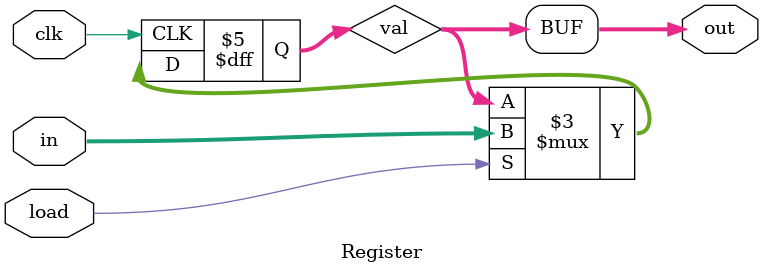
<source format=sv>
`default_nettype none
module Register(
	input wire clk,			// clk
	input wire[15:0] in,		// in値
	input wire load,			// load
	output wire[15:0] out);	// out

	reg[15:0] val;

	always @(posedge clk) begin
		if(load == 1'b1) begin
			val <= in;
		end
	end

	assign out = val;

endmodule

</source>
